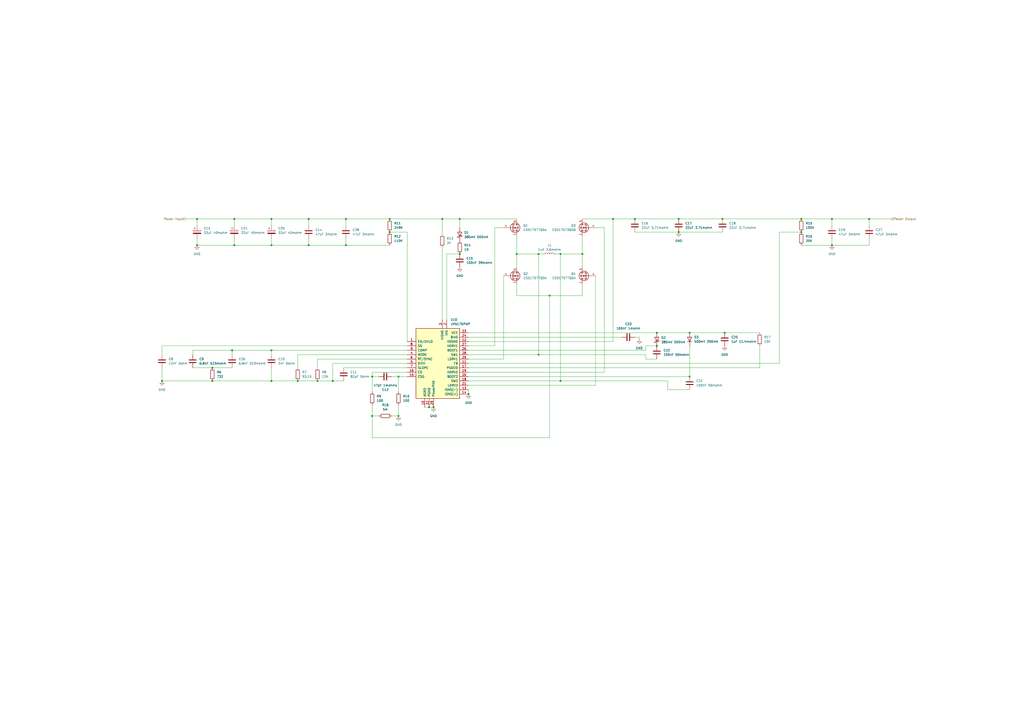
<source format=kicad_sch>
(kicad_sch (version 20231120) (generator "eeschema") (generator_version "8.0")
  (paper "A2")
  (lib_symbols
    (symbol "Device:C" (pin_numbers hide) (pin_names (offset 0.254))
      (property "Reference" "C" (at 0.635 2.54 0))
      (property "Value" "C" (at 0.635 -2.54 0))
      (symbol "C_0_1"
        (polyline (pts (xy -2.032 -0.762) (xy 2.032 -0.762)) (stroke (width 0.508)))
        (polyline (pts (xy -2.032 0.762) (xy 2.032 0.762)) (stroke (width 0.508)))
      )
      (symbol "C_1_1"
        (pin passive line (at 0 3.81 270) (length 2.794) (name "~") (number "1"))
        (pin passive line (at 0 -3.81 90) (length 2.794) (name "~") (number "2"))
      )
    )
    (symbol "Device:C_Polarized" (pin_numbers hide) (pin_names (offset 0.254))
      (property "Reference" "C" (at 0.635 2.54 0))
      (property "Value" "C_Polarized" (at 0.635 -2.54 0))
      (symbol "C_Polarized_0_1"
        (rectangle (start -2.286 0.508) (end 2.286 1.016))
        (polyline (pts (xy -1.778 2.286) (xy -0.762 2.286)))
        (polyline (pts (xy -1.27 2.794) (xy -1.27 1.778)))
        (rectangle (start 2.286 -0.508) (end -2.286 -1.016) (fill (type outline)))
      )
      (symbol "C_Polarized_1_1"
        (pin passive line (at 0 3.81 270) (length 2.794) (name "~") (number "1"))
        (pin passive line (at 0 -3.81 90) (length 2.794) (name "~") (number "2"))
      )
    )
    (symbol "Device:D" (pin_numbers hide) (pin_names (offset 1.016) hide)
      (property "Reference" "D" (at 0 2.54 0))
      (property "Value" "D" (at 0 -2.54 0))
      (symbol "D_0_1"
        (polyline (pts (xy -1.27 1.27) (xy -1.27 -1.27)) (stroke (width 0.254)))
        (polyline (pts (xy 1.27 0) (xy -1.27 0)))
        (polyline (pts (xy 1.27 1.27) (xy 1.27 -1.27) (xy -1.27 0) (xy 1.27 1.27)) (stroke (width 0.254)))
      )
      (symbol "D_1_1"
        (pin passive line (at -3.81 0 0) (length 2.54) (name "K") (number "1"))
        (pin passive line (at 3.81 0 180) (length 2.54) (name "A") (number "2"))
      )
    )
    (symbol "Device:D_Schottky" (pin_numbers hide) (pin_names (offset 1.016) hide)
      (property "Reference" "D" (at 0 2.54 0))
      (property "Value" "D_Schottky" (at 0 -2.54 0))
      (symbol "D_Schottky_0_1"
        (polyline (pts (xy 1.27 0) (xy -1.27 0)))
        (polyline (pts (xy 1.27 1.27) (xy 1.27 -1.27) (xy -1.27 0) (xy 1.27 1.27)) (stroke (width 0.254)))
        (polyline (pts (xy -1.905 0.635) (xy -1.905 1.27) (xy -1.27 1.27) (xy -1.27 -1.27) (xy -0.635 -1.27) (xy -0.635 -0.635)) (stroke (width 0.254)))
      )
      (symbol "D_Schottky_1_1"
        (pin passive line (at -3.81 0 0) (length 2.54) (name "K") (number "1"))
        (pin passive line (at 3.81 0 180) (length 2.54) (name "A") (number "2"))
      )
    )
    (symbol "Device:L" (pin_numbers hide) (pin_names (offset 1.016) hide)
      (property "Reference" "L" (at -1.27 0 90))
      (property "Value" "L" (at 1.905 0 90))
      (symbol "L_0_1"
        (arc (start 0 -2.54) (mid 0.6323 -1.905) (end 0 -1.27))
        (arc (start 0 -1.27) (mid 0.6323 -0.635) (end 0 0))
        (arc (start 0 0) (mid 0.6323 0.635) (end 0 1.27))
        (arc (start 0 1.27) (mid 0.6323 1.905) (end 0 2.54))
      )
      (symbol "L_1_1"
        (pin passive line (at 0 3.81 270) (length 1.27) (name "1") (number "1"))
        (pin passive line (at 0 -3.81 90) (length 1.27) (name "2") (number "2"))
      )
    )
    (symbol "Device:R" (pin_numbers hide) (pin_names (offset 0))
      (property "Reference" "R" (at 2.032 0 90))
      (property "Value" "R" (at 0 0 90))
      (symbol "R_0_1"
        (rectangle (start -1.016 -2.54) (end 1.016 2.54) (stroke (width 0.254)))
      )
      (symbol "R_1_1"
        (pin passive line (at 0 3.81 270) (length 1.27) (name "~") (number "1"))
        (pin passive line (at 0 -3.81 90) (length 1.27) (name "~") (number "2"))
      )
    )
    (symbol "Regulator_Switching:LM5176PWP" (pin_names (offset 1.016))
      (property "Reference" "U" (at -12.7 24.13 0))
      (property "Value" "LM5176PWP" (at -12.7 21.59 0))
      (symbol "LM5176PWP_0_1"
        (rectangle (start -12.7 20.32) (end 12.7 -20.32) (stroke (width 0.254)) (fill (type background)))
      )
      (symbol "LM5176PWP_1_1"
        (pin input line (at -17.78 12.7 0) (length 5.08) (name "EN/UVLO") (number "1"))
        (pin power_in line (at -7.62 -25.4 90) (length 5.08) (name "AGND") (number "10"))
        (pin input line (at 17.78 0 180) (length 5.08) (name "FB") (number "11"))
        (pin output line (at 17.78 12.7 180) (length 5.08) (name "VOSNS") (number "12"))
        (pin input line (at 17.78 -15.24 180) (length 5.08) (name "ISNS(-)") (number "13"))
        (pin input line (at 17.78 -17.78 180) (length 5.08) (name "ISNS(+)") (number "14"))
        (pin input line (at -17.78 -7.62 0) (length 5.08) (name "CSG") (number "15"))
        (pin input line (at -17.78 -5.08 0) (length 5.08) (name "CS") (number "16"))
        (pin output line (at 17.78 -2.54 180) (length 5.08) (name "PGOOD") (number "17"))
        (pin output line (at 17.78 -10.16 180) (length 5.08) (name "SW2") (number "18"))
        (pin output line (at 17.78 -5.08 180) (length 5.08) (name "HDRV2") (number "19"))
        (pin power_in line (at 5.08 25.4 270) (length 5.08) (name "VIN") (number "2"))
        (pin passive line (at 17.78 -7.62 180) (length 5.08) (name "BOOT2") (number "20"))
        (pin output line (at 17.78 -12.7 180) (length 5.08) (name "LDRV2") (number "21"))
        (pin power_in line (at -5.08 -25.4 90) (length 5.08) (name "PGND") (number "22"))
        (pin power_in line (at 17.78 17.78 180) (length 5.08) (name "VCC") (number "23"))
        (pin input line (at 17.78 15.24 180) (length 5.08) (name "BIAS") (number "24"))
        (pin output line (at 17.78 2.54 180) (length 5.08) (name "LDRV1") (number "25"))
        (pin passive line (at 17.78 7.62 180) (length 5.08) (name "BOOT1") (number "26"))
        (pin output line (at 17.78 10.16 180) (length 5.08) (name "HDRV1") (number "27"))
        (pin output line (at 17.78 5.08 180) (length 5.08) (name "SW1") (number "28"))
        (pin input line (at -2.54 -25.4 90) (length 5.08) (name "PowerPAD") (number "29"))
        (pin input line (at 2.54 25.4 270) (length 5.08) (name "VISNS") (number "3"))
        (pin input line (at -17.78 5.08 0) (length 5.08) (name "MODE") (number "4"))
        (pin passive line (at -17.78 0 0) (length 5.08) (name "DITH") (number "5"))
        (pin input line (at -17.78 2.54 0) (length 5.08) (name "RT/SYNC") (number "6"))
        (pin passive line (at -17.78 -2.54 0) (length 5.08) (name "SLOPE") (number "7"))
        (pin passive line (at -17.78 10.16 0) (length 5.08) (name "SS") (number "8"))
        (pin passive line (at -17.78 7.62 0) (length 5.08) (name "COMP") (number "9"))
      )
    )
    (symbol "Transistor_FET:CSD17573Q5B" (pin_names hide)
      (property "Reference" "Q" (at 5.08 1.905 0))
      (property "Value" "CSD17573Q5B" (at 5.08 0 0))
      (symbol "CSD17573Q5B_0_1"
        (polyline (pts (xy 0.254 0) (xy -2.54 0)))
        (polyline (pts (xy 0.254 1.905) (xy 0.254 -1.905)) (stroke (width 0.254)))
        (polyline (pts (xy 0.762 -1.27) (xy 0.762 -2.286)) (stroke (width 0.254)))
        (polyline (pts (xy 0.762 0.508) (xy 0.762 -0.508)) (stroke (width 0.254)))
        (polyline (pts (xy 0.762 2.286) (xy 0.762 1.27)) (stroke (width 0.254)))
        (polyline (pts (xy 2.54 2.54) (xy 2.54 1.778)))
        (polyline (pts (xy 2.54 -2.54) (xy 2.54 0) (xy 0.762 0)))
        (polyline (pts (xy 0.762 -1.778) (xy 3.302 -1.778) (xy 3.302 1.778) (xy 0.762 1.778)))
        (polyline (pts (xy 1.016 0) (xy 2.032 0.381) (xy 2.032 -0.381) (xy 1.016 0)) (fill (type outline)))
        (polyline (pts (xy 2.794 0.508) (xy 2.921 0.381) (xy 3.683 0.381) (xy 3.81 0.254)))
        (polyline (pts (xy 3.302 0.381) (xy 2.921 -0.254) (xy 3.683 -0.254) (xy 3.302 0.381)))
        (circle (center 1.651 0) (radius 2.794) (stroke (width 0.254)))
        (circle (center 2.54 -1.778) (radius 0.254) (fill (type outline)))
        (circle (center 2.54 1.778) (radius 0.254) (fill (type outline)))
      )
      (symbol "CSD17573Q5B_1_1"
        (pin passive line (at 2.54 -5.08 90) (length 2.54) (name "S") (number "1"))
        (pin passive line (at 2.54 -5.08 90) (length 2.54) hide (name "S") (number "2"))
        (pin passive line (at 2.54 -5.08 90) (length 2.54) hide (name "S") (number "3"))
        (pin passive line (at -5.08 0 0) (length 2.54) (name "G") (number "4"))
        (pin passive line (at 2.54 5.08 270) (length 2.54) (name "D") (number "5"))
      )
    )
    (symbol "Transistor_FET:CSD17577Q5A" (pin_names hide)
      (property "Reference" "Q" (at 5.08 1.905 0))
      (property "Value" "CSD17577Q5A" (at 5.08 0 0))
      (symbol "CSD17577Q5A_0_1"
        (polyline (pts (xy 0.254 0) (xy -2.54 0)))
        (polyline (pts (xy 0.254 1.905) (xy 0.254 -1.905)) (stroke (width 0.254)))
        (polyline (pts (xy 0.762 -1.27) (xy 0.762 -2.286)) (stroke (width 0.254)))
        (polyline (pts (xy 0.762 0.508) (xy 0.762 -0.508)) (stroke (width 0.254)))
        (polyline (pts (xy 0.762 2.286) (xy 0.762 1.27)) (stroke (width 0.254)))
        (polyline (pts (xy 2.54 2.54) (xy 2.54 1.778)))
        (polyline (pts (xy 2.54 -2.54) (xy 2.54 0) (xy 0.762 0)))
        (polyline (pts (xy 0.762 -1.778) (xy 3.302 -1.778) (xy 3.302 1.778) (xy 0.762 1.778)))
        (polyline (pts (xy 1.016 0) (xy 2.032 0.381) (xy 2.032 -0.381) (xy 1.016 0)) (fill (type outline)))
        (polyline (pts (xy 2.794 0.508) (xy 2.921 0.381) (xy 3.683 0.381) (xy 3.81 0.254)))
        (polyline (pts (xy 3.302 0.381) (xy 2.921 -0.254) (xy 3.683 -0.254) (xy 3.302 0.381)))
        (circle (center 1.651 0) (radius 2.794) (stroke (width 0.254)))
        (circle (center 2.54 -1.778) (radius 0.254) (fill (type outline)))
        (circle (center 2.54 1.778) (radius 0.254) (fill (type outline)))
      )
      (symbol "CSD17577Q5A_1_1"
        (pin passive line (at 2.54 -5.08 90) (length 2.54) (name "S") (number "1"))
        (pin passive line (at 2.54 -5.08 90) (length 2.54) hide (name "S") (number "2"))
        (pin passive line (at 2.54 -5.08 90) (length 2.54) hide (name "S") (number "3"))
        (pin passive line (at -5.08 0 0) (length 2.54) (name "G") (number "4"))
        (pin passive line (at 2.54 5.08 270) (length 2.54) (name "D") (number "5"))
      )
    )
    (symbol "power:GND" (power) (pin_numbers hide) (pin_names (offset 0) hide)
      (property "Value" "GND" (at 0 -3.81 0))
      (symbol "GND_0_1"
        (polyline (pts (xy 0 0) (xy 0 -1.27) (xy 1.27 -1.27) (xy 0 -2.54) (xy -1.27 -1.27) (xy 0 -1.27)))
      )
      (symbol "GND_1_1"
        (pin power_in line (at 0 0 270) (length 0) (name "~") (number "1"))
      )
    )
  )
  (junction (at 368.3 127))
  (junction (at 325.12 147.32))
  (junction (at 179.07 142.24))
  (junction (at 172.72 220.98))
  (junction (at 215.9 241.3))
  (junction (at 482.6 127))
  (junction (at 123.19 213.36))
  (junction (at 93.98 220.98))
  (junction (at 504.19 127))
  (junction (at 299.72 147.32))
  (junction (at 464.82 127))
  (junction (at 215.9 218.44))
  (junction (at 231.14 241.3))
  (junction (at 266.7 127))
  (junction (at 325.12 220.98))
  (junction (at 312.42 147.32))
  (junction (at 400.05 218.44))
  (junction (at 123.19 220.98))
  (junction (at 226.06 127))
  (junction (at 157.48 142.24))
  (junction (at 256.54 127))
  (junction (at 393.7 134.62))
  (junction (at 271.78 228.6))
  (junction (at 318.77 171.45))
  (junction (at 312.42 205.74))
  (junction (at 393.7 127))
  (junction (at 400.05 193.04))
  (junction (at 381 193.04))
  (junction (at 184.15 220.98))
  (junction (at 157.48 203.2))
  (junction (at 231.14 218.44))
  (junction (at 114.3 127))
  (junction (at 248.92 236.22))
  (junction (at 251.46 236.22))
  (junction (at 200.66 127))
  (junction (at 482.6 142.24))
  (junction (at 179.07 127))
  (junction (at 355.6 127))
  (junction (at 157.48 220.98))
  (junction (at 420.37 193.04))
  (junction (at 193.04 220.98))
  (junction (at 464.82 134.62))
  (junction (at 157.48 127))
  (junction (at 114.3 142.24))
  (junction (at 337.82 147.32))
  (junction (at 135.89 142.24))
  (junction (at 200.66 142.24))
  (junction (at 381 200.66))
  (junction (at 419.1 127))
  (junction (at 134.62 203.2))
  (junction (at 266.7 147.32))
  (junction (at 226.06 134.62))
  (junction (at 135.89 127))
  (wire (pts (xy 337.82 137.16) (xy 337.82 147.32)))
  (wire (pts (xy 215.9 218.44) (xy 215.9 227.33)))
  (wire (pts (xy 259.08 185.42) (xy 259.08 147.32)))
  (wire (pts (xy 123.19 213.36) (xy 134.62 213.36)))
  (wire (pts (xy 337.82 171.45) (xy 337.82 165.1)))
  (wire (pts (xy 312.42 147.32) (xy 314.96 147.32)))
  (wire (pts (xy 370.84 196.85) (xy 370.84 195.58)))
  (wire (pts (xy 219.71 218.44) (xy 215.9 218.44)))
  (wire (pts (xy 299.72 147.32) (xy 299.72 154.94)))
  (wire (pts (xy 111.76 203.2) (xy 134.62 203.2)))
  (wire (pts (xy 337.82 127) (xy 355.6 127)))
  (wire (pts (xy 381 193.04) (xy 400.05 193.04)))
  (wire (pts (xy 227.33 241.3) (xy 231.14 241.3)))
  (wire (pts (xy 420.37 193.04) (xy 440.69 193.04)))
  (wire (pts (xy 157.48 127) (xy 179.07 127)))
  (wire (pts (xy 482.6 127) (xy 482.6 130.81)))
  (wire (pts (xy 271.78 220.98) (xy 325.12 220.98)))
  (wire (pts (xy 337.82 147.32) (xy 337.82 154.94)))
  (wire (pts (xy 325.12 220.98) (xy 387.35 220.98)))
  (wire (pts (xy 199.39 213.36) (xy 236.22 213.36)))
  (wire (pts (xy 374.65 208.28) (xy 381 208.28)))
  (wire (pts (xy 299.72 147.32) (xy 312.42 147.32)))
  (wire (pts (xy 157.48 205.74) (xy 157.48 203.2)))
  (wire (pts (xy 227.33 218.44) (xy 231.14 218.44)))
  (wire (pts (xy 287.02 200.66) (xy 287.02 132.08)))
  (wire (pts (xy 452.12 210.82) (xy 452.12 134.62)))
  (wire (pts (xy 368.3 134.62) (xy 393.7 134.62)))
  (wire (pts (xy 184.15 220.98) (xy 193.04 220.98)))
  (wire (pts (xy 226.06 134.62) (xy 236.22 134.62)))
  (wire (pts (xy 215.9 215.9) (xy 215.9 218.44)))
  (wire (pts (xy 219.71 241.3) (xy 215.9 241.3)))
  (wire (pts (xy 193.04 210.82) (xy 236.22 210.82)))
  (wire (pts (xy 157.48 220.98) (xy 172.72 220.98)))
  (wire (pts (xy 325.12 147.32) (xy 337.82 147.32)))
  (wire (pts (xy 312.42 147.32) (xy 312.42 205.74)))
  (wire (pts (xy 504.19 127) (xy 504.19 130.81)))
  (wire (pts (xy 135.89 142.24) (xy 157.48 142.24)))
  (wire (pts (xy 318.77 254) (xy 215.9 254)))
  (wire (pts (xy 114.3 127) (xy 107.95 127)))
  (wire (pts (xy 236.22 215.9) (xy 215.9 215.9)))
  (wire (pts (xy 231.14 218.44) (xy 231.14 227.33)))
  (wire (pts (xy 93.98 200.66) (xy 93.98 205.74)))
  (wire (pts (xy 393.7 134.62) (xy 419.1 134.62)))
  (wire (pts (xy 134.62 203.2) (xy 157.48 203.2)))
  (wire (pts (xy 355.6 127) (xy 368.3 127)))
  (wire (pts (xy 271.78 203.2) (xy 374.65 203.2)))
  (wire (pts (xy 271.78 223.52) (xy 345.44 223.52)))
  (wire (pts (xy 350.52 132.08) (xy 345.44 132.08)))
  (wire (pts (xy 271.78 215.9) (xy 350.52 215.9)))
  (wire (pts (xy 318.77 171.45) (xy 337.82 171.45)))
  (wire (pts (xy 215.9 241.3) (xy 215.9 234.95)))
  (wire (pts (xy 345.44 223.52) (xy 345.44 160.02)))
  (wire (pts (xy 193.04 220.98) (xy 199.39 220.98)))
  (wire (pts (xy 374.65 200.66) (xy 381 200.66)))
  (wire (pts (xy 200.66 127) (xy 226.06 127)))
  (wire (pts (xy 157.48 220.98) (xy 157.48 213.36)))
  (wire (pts (xy 236.22 205.74) (xy 172.72 205.74)))
  (wire (pts (xy 271.78 198.12) (xy 355.6 198.12)))
  (wire (pts (xy 299.72 165.1) (xy 299.72 171.45)))
  (wire (pts (xy 184.15 213.36) (xy 184.15 208.28)))
  (wire (pts (xy 157.48 138.43) (xy 157.48 142.24)))
  (wire (pts (xy 368.3 127) (xy 393.7 127)))
  (wire (pts (xy 464.82 142.24) (xy 482.6 142.24)))
  (wire (pts (xy 256.54 135.89) (xy 256.54 127)))
  (wire (pts (xy 200.66 138.43) (xy 200.66 142.24)))
  (wire (pts (xy 271.78 205.74) (xy 312.42 205.74)))
  (wire (pts (xy 318.77 171.45) (xy 318.77 254)))
  (wire (pts (xy 236.22 134.62) (xy 236.22 198.12)))
  (wire (pts (xy 200.66 127) (xy 200.66 130.81)))
  (wire (pts (xy 271.78 195.58) (xy 360.68 195.58)))
  (wire (pts (xy 325.12 147.32) (xy 325.12 220.98)))
  (wire (pts (xy 266.7 127) (xy 299.72 127)))
  (wire (pts (xy 93.98 213.36) (xy 93.98 220.98)))
  (wire (pts (xy 114.3 138.43) (xy 114.3 142.24)))
  (wire (pts (xy 387.35 226.06) (xy 400.05 226.06)))
  (wire (pts (xy 256.54 143.51) (xy 256.54 185.42)))
  (wire (pts (xy 482.6 127) (xy 504.19 127)))
  (wire (pts (xy 292.1 208.28) (xy 292.1 160.02)))
  (wire (pts (xy 135.89 127) (xy 157.48 127)))
  (wire (pts (xy 114.3 142.24) (xy 135.89 142.24)))
  (wire (pts (xy 256.54 127) (xy 266.7 127)))
  (wire (pts (xy 350.52 215.9) (xy 350.52 132.08)))
  (wire (pts (xy 200.66 142.24) (xy 226.06 142.24)))
  (wire (pts (xy 400.05 218.44) (xy 271.78 218.44)))
  (wire (pts (xy 400.05 200.66) (xy 400.05 218.44)))
  (wire (pts (xy 387.35 220.98) (xy 387.35 226.06)))
  (wire (pts (xy 246.38 236.22) (xy 248.92 236.22)))
  (wire (pts (xy 157.48 142.24) (xy 179.07 142.24)))
  (wire (pts (xy 123.19 220.98) (xy 157.48 220.98)))
  (wire (pts (xy 266.7 132.08) (xy 266.7 127)))
  (wire (pts (xy 226.06 127) (xy 256.54 127)))
  (wire (pts (xy 193.04 210.82) (xy 193.04 220.98)))
  (wire (pts (xy 231.14 241.3) (xy 231.14 234.95)))
  (wire (pts (xy 111.76 203.2) (xy 111.76 205.74)))
  (wire (pts (xy 236.22 200.66) (xy 93.98 200.66)))
  (wire (pts (xy 259.08 147.32) (xy 266.7 147.32)))
  (wire (pts (xy 504.19 138.43) (xy 504.19 142.24)))
  (wire (pts (xy 393.7 127) (xy 419.1 127)))
  (wire (pts (xy 157.48 203.2) (xy 236.22 203.2)))
  (wire (pts (xy 114.3 127) (xy 135.89 127)))
  (wire (pts (xy 271.78 193.04) (xy 381 193.04)))
  (wire (pts (xy 248.92 236.22) (xy 251.46 236.22)))
  (wire (pts (xy 271.78 210.82) (xy 452.12 210.82)))
  (wire (pts (xy 179.07 130.81) (xy 179.07 127)))
  (wire (pts (xy 440.69 200.66) (xy 440.69 213.36)))
  (wire (pts (xy 179.07 142.24) (xy 200.66 142.24)))
  (wire (pts (xy 452.12 134.62) (xy 464.82 134.62)))
  (wire (pts (xy 179.07 127) (xy 200.66 127)))
  (wire (pts (xy 312.42 205.74) (xy 374.65 205.74)))
  (wire (pts (xy 374.65 203.2) (xy 374.65 200.66)))
  (wire (pts (xy 93.98 220.98) (xy 123.19 220.98)))
  (wire (pts (xy 464.82 127) (xy 482.6 127)))
  (wire (pts (xy 134.62 203.2) (xy 134.62 205.74)))
  (wire (pts (xy 215.9 254) (xy 215.9 241.3)))
  (wire (pts (xy 114.3 130.81) (xy 114.3 127)))
  (wire (pts (xy 299.72 171.45) (xy 318.77 171.45)))
  (wire (pts (xy 271.78 200.66) (xy 287.02 200.66)))
  (wire (pts (xy 172.72 220.98) (xy 184.15 220.98)))
  (wire (pts (xy 231.14 218.44) (xy 236.22 218.44)))
  (wire (pts (xy 172.72 205.74) (xy 172.72 213.36)))
  (wire (pts (xy 400.05 193.04) (xy 420.37 193.04)))
  (wire (pts (xy 504.19 142.24) (xy 482.6 142.24)))
  (wire (pts (xy 419.1 127) (xy 464.82 127)))
  (wire (pts (xy 271.78 208.28) (xy 292.1 208.28)))
  (wire (pts (xy 299.72 137.16) (xy 299.72 147.32)))
  (wire (pts (xy 271.78 226.06) (xy 271.78 228.6)))
  (wire (pts (xy 287.02 132.08) (xy 292.1 132.08)))
  (wire (pts (xy 370.84 195.58) (xy 368.3 195.58)))
  (wire (pts (xy 157.48 127) (xy 157.48 130.81)))
  (wire (pts (xy 355.6 127) (xy 355.6 198.12)))
  (wire (pts (xy 374.65 205.74) (xy 374.65 208.28)))
  (wire (pts (xy 184.15 208.28) (xy 236.22 208.28)))
  (wire (pts (xy 135.89 138.43) (xy 135.89 142.24)))
  (wire (pts (xy 440.69 213.36) (xy 271.78 213.36)))
  (wire (pts (xy 135.89 127) (xy 135.89 130.81)))
  (wire (pts (xy 482.6 138.43) (xy 482.6 142.24)))
  (wire (pts (xy 179.07 138.43) (xy 179.07 142.24)))
  (wire (pts (xy 123.19 213.36) (xy 111.76 213.36)))
  (wire (pts (xy 504.19 127) (xy 516.89 127)))
  (wire (pts (xy 322.58 147.32) (xy 325.12 147.32)))
  (hierarchical_label "Power Output" (shape input) (at 516.89 127 0))
  (hierarchical_label "Power Input" (shape input) (at 107.95 127 180))
  (symbol (lib_id "Device:D_Schottky") (at 266.7 135.89 90) (unit 1)
    (property "Reference" "D1" (at 269.24 134.9374 90) (effects (justify right)))
    (property "Value" "385mV 500mA" (at 269.24 137.4774 90) (effects (justify right)))
    (property "Description" "Schottky diode" (effects (hide yes)))
    (property "LCSC" "C155367" (effects (hide yes)))
  )
  (symbol (lib_id "Device:R") (at 464.82 138.43 0) (unit 1)
    (property "Reference" "R16" (at 467.36 137.1599 0) (effects (justify left)))
    (property "Value" "20K" (at 467.36 139.6999 0) (effects (justify left)))
    (property "Footprint" "Resistor_SMD:R_0603_1608Metric_Pad0.98x0.95mm_HandSolder" (effects (hide yes)))
    (property "Description" "Resistor" (effects (hide yes)))
    (property "LCSC" "C105575" (effects (hide yes)))
  )
  (symbol (lib_id "Device:C") (at 134.62 209.55 0) (unit 1)
    (property "Reference" "C26" (at 138.43 208.2799 0) (effects (justify left)))
    (property "Value" "6.8nF 523mohm" (at 138.43 210.8199 0) (effects (justify left)))
    (property "Footprint" "Capacitor_SMD:C_0402_1005Metric_Pad0.74x0.62mm_HandSolder" (effects (hide yes)))
    (property "Description" "Unpolarized capacitor" (effects (hide yes)))
    (property "LCSC" "C3840335" (effects (hide yes)))
  )
  (symbol (lib_id "Transistor_FET:CSD17577Q5A") (at 297.18 160.02 0) (unit 1)
    (property "Reference" "Q2" (at 303.53 158.7499 0) (effects (justify left)))
    (property "Value" "CSD17577Q5A" (at 303.53 161.2899 0) (effects (justify left)))
    (property "Footprint" "Package_TO_SOT_SMD:TDSON-8-1" (effects (hide yes)))
    (property "Datasheet" "http://www.ti.com/lit/gpn/csd17577q5a" (effects (hide yes)))
    (property "Description" "60A Id, 30V Vds, NexFET N-Channel Power MOSFET, 4.2mOhm Ron, 13nC Qg(typ), SON8 5x6mm" (effects (hide yes)))
    (property "LCSC" "C475504" (effects (hide yes)))
  )
  (symbol (lib_id "Device:C") (at 420.37 196.85 0) (unit 1)
    (property "Reference" "C20" (at 424.18 195.5799 0) (effects (justify left)))
    (property "Value" "1uF 11.4mohm" (at 424.18 198.1199 0) (effects (justify left)))
    (property "Description" "Unpolarized capacitor" (effects (hide yes)))
  )
  (symbol (lib_id "Device:D_Schottky") (at 381 196.85 90) (unit 1)
    (property "Reference" "D2" (at 383.54 195.8974 90) (effects (justify right)))
    (property "Value" "385mV 500mA" (at 383.54 198.4374 90) (effects (justify right)))
    (property "Description" "Schottky diode" (effects (hide yes)))
  )
  (symbol (lib_id "Device:R") (at 266.7 143.51 0) (unit 1)
    (property "Reference" "R14" (at 269.24 142.2399 0) (effects (justify left)))
    (property "Value" "10" (at 269.24 144.7799 0) (effects (justify left)))
    (property "Footprint" "Resistor_SMD:R_0402_1005Metric_Pad0.72x0.64mm_HandSolder" (effects (hide yes)))
    (property "Description" "Resistor" (effects (hide yes)))
    (property "LCSC" "C481926" (effects (hide yes)))
  )
  (symbol (lib_id "Device:R") (at 184.15 217.17 0) (unit 1)
    (property "Reference" "R8" (at 186.69 215.8999 0) (effects (justify left)))
    (property "Value" "13K" (at 186.69 218.4399 0) (effects (justify left)))
    (property "Footprint" "Resistor_SMD:R_0402_1005Metric_Pad0.72x0.64mm_HandSolder" (effects (hide yes)))
    (property "Description" "Resistor" (effects (hide yes)))
    (property "LCSC" "C294438" (effects (hide yes)))
  )
  (symbol (lib_id "Device:R") (at 256.54 139.7 0) (unit 1)
    (property "Reference" "R13" (at 259.08 138.4299 0) (effects (justify left)))
    (property "Value" "2K" (at 259.08 140.9699 0) (effects (justify left)))
    (property "Footprint" "Capacitor_SMD:C_0402_1005Metric_Pad0.74x0.62mm_HandSolder" (effects (hide yes)))
    (property "Description" "Resistor" (effects (hide yes)))
    (property "LCSC" "C482125" (effects (hide yes)))
  )
  (symbol (lib_id "power:GND") (at 271.78 228.6 0) (unit 1)
    (property "Reference" "#PWR058" (effects (hide yes)))
    (property "Value" "GND" (at 271.78 233.68 0))
    (property "Description" "Power symbol creates a global label with name \"GND\" , ground" (effects (hide yes)))
  )
  (symbol (lib_id "Device:R") (at 440.69 196.85 0) (unit 1)
    (property "Reference" "R17" (at 443.23 195.5799 0) (effects (justify left)))
    (property "Value" "10K" (at 443.23 198.1199 0) (effects (justify left)))
    (property "Description" "Resistor" (effects (hide yes)))
  )
  (symbol (lib_id "Device:R") (at 231.14 231.14 0) (unit 1)
    (property "Reference" "R10" (at 233.68 229.8699 0) (effects (justify left)))
    (property "Value" "100" (at 233.68 232.4099 0) (effects (justify left)))
    (property "Footprint" "Resistor_SMD:R_0402_1005Metric_Pad0.72x0.64mm_HandSolder" (effects (hide yes)))
    (property "Description" "Resistor" (effects (hide yes)))
    (property "LCSC" "C844713" (effects (hide yes)))
  )
  (symbol (lib_id "Device:C") (at 400.05 222.25 0) (unit 1)
    (property "Reference" "C21" (at 403.86 220.9799 0) (effects (justify left)))
    (property "Value" "100nF 50mohm" (at 403.86 223.5199 0) (effects (justify left)))
    (property "Description" "Unpolarized capacitor" (effects (hide yes)))
  )
  (symbol (lib_id "Device:C") (at 93.98 209.55 0) (unit 1)
    (property "Reference" "C8" (at 97.79 208.2799 0) (effects (justify left)))
    (property "Value" "12nF 0ohm" (at 97.79 210.8199 0) (effects (justify left)))
    (property "Footprint" "Capacitor_SMD:C_0603_1608Metric_Pad1.08x0.95mm_HandSolder" (effects (hide yes)))
    (property "Description" "Unpolarized capacitor" (effects (hide yes)))
    (property "LCSC" "C519540" (effects (hide yes)))
  )
  (symbol (lib_id "Device:R") (at 226.06 130.81 0) (unit 1)
    (property "Reference" "R11" (at 228.6 129.5399 0) (effects (justify left)))
    (property "Value" "249K" (at 228.6 132.0799 0) (effects (justify left)))
    (property "Footprint" "Capacitor_SMD:C_0402_1005Metric_Pad0.74x0.62mm_HandSolder" (effects (hide yes)))
    (property "Description" "Resistor" (effects (hide yes)))
    (property "LCSC" "C482111" (effects (hide yes)))
  )
  (symbol (lib_id "Device:C_Polarized") (at 114.3 134.62 0) (unit 1)
    (property "Reference" "C13" (at 118.11 132.4609 0) (effects (justify left)))
    (property "Value" "33uF 40mohm" (at 118.11 135.0009 0) (effects (justify left)))
    (property "Footprint" "Capacitors:EEFCX1E330R" (effects (hide yes)))
    (property "Description" "Polarized capacitor" (effects (hide yes)))
    (property "LCSC" "C193237" (effects (hide yes)))
  )
  (symbol (lib_id "Device:R") (at 464.82 130.81 0) (unit 1)
    (property "Reference" "R15" (at 467.36 129.5399 0) (effects (justify left)))
    (property "Value" "105K" (at 467.36 132.0799 0) (effects (justify left)))
    (property "Footprint" "Resistor_SMD:R_0603_1608Metric_Pad0.98x0.95mm_HandSolder" (effects (hide yes)))
    (property "Description" "Resistor" (effects (hide yes)))
    (property "LCSC" "C227540" (effects (hide yes)))
  )
  (symbol (lib_id "power:GND") (at 231.14 241.3 0) (unit 1)
    (property "Reference" "#PWR064" (effects (hide yes)))
    (property "Value" "GND" (at 231.14 246.38 0))
    (property "Description" "Power symbol creates a global label with name \"GND\" , ground" (effects (hide yes)))
  )
  (symbol (lib_id "Transistor_FET:CSD17573Q5B") (at 340.36 132.08 0) (mirror y) (unit 1)
    (property "Reference" "Q3" (at 334.01 130.8099 0) (effects (justify left)))
    (property "Value" "CSD17573Q5B" (at 334.01 133.3499 0) (effects (justify left)))
    (property "Footprint" "Package_TO_SOT_SMD:TDSON-8-1" (effects (hide yes)))
    (property "Datasheet" "http://www.ti.com/lit/gpn/csd17573q5b" (effects (hide yes)))
    (property "Description" "100A Id, 30V Vds, NexFET N-Channel Power MOSFET, 1mOhm Ron, 49nC Qg(typ), SON8 5x6mm" (effects (hide yes)))
    (property "LCSC" "C202231" (effects (hide yes)))
  )
  (symbol (lib_id "Device:C_Polarized") (at 135.89 134.62 0) (unit 1)
    (property "Reference" "C24" (at 139.7 132.4609 0) (effects (justify left)))
    (property "Value" "33uF 40mohm" (at 139.7 135.0009 0) (effects (justify left)))
    (property "Footprint" "Capacitors:EEFCX1E330R" (effects (hide yes)))
    (property "Description" "Polarized capacitor" (effects (hide yes)))
    (property "LCSC" "C193237" (effects (hide yes)))
  )
  (symbol (lib_id "power:GND") (at 114.3 142.24 0) (unit 1)
    (property "Reference" "#PWR059" (effects (hide yes)))
    (property "Value" "GND" (at 114.3 147.32 0))
    (property "Description" "Power symbol creates a global label with name \"GND\" , ground" (effects (hide yes)))
  )
  (symbol (lib_id "Device:R") (at 215.9 231.14 0) (unit 1)
    (property "Reference" "R9" (at 218.44 229.8699 0) (effects (justify left)))
    (property "Value" "100" (at 218.44 232.4099 0) (effects (justify left)))
    (property "Footprint" "Resistor_SMD:R_0402_1005Metric_Pad0.72x0.64mm_HandSolder" (effects (hide yes)))
    (property "Description" "Resistor" (effects (hide yes)))
    (property "LCSC" "C844713" (effects (hide yes)))
  )
  (symbol (lib_id "power:GND") (at 370.84 196.85 0) (unit 1)
    (property "Reference" "#PWR063" (effects (hide yes)))
    (property "Value" "GND" (at 370.84 201.93 0))
    (property "Description" "Power symbol creates a global label with name \"GND\" , ground" (effects (hide yes)))
  )
  (symbol (lib_id "Device:R") (at 123.19 217.17 0) (unit 1)
    (property "Reference" "R6" (at 125.73 215.8999 0) (effects (justify left)))
    (property "Value" "732" (at 125.73 218.4399 0) (effects (justify left)))
    (property "Footprint" "Resistor_SMD:R_0402_1005Metric_Pad0.72x0.64mm_HandSolder" (effects (hide yes)))
    (property "Description" "Resistor" (effects (hide yes)))
    (property "LCSC" "C2085222" (effects (hide yes)))
  )
  (symbol (lib_id "Device:R") (at 226.06 138.43 0) (unit 1)
    (property "Reference" "R12" (at 228.6 137.1599 0) (effects (justify left)))
    (property "Value" "110K" (at 228.6 139.6999 0) (effects (justify left)))
    (property "Footprint" "Capacitor_SMD:C_0402_1005Metric_Pad0.74x0.62mm_HandSolder" (effects (hide yes)))
    (property "Description" "Resistor" (effects (hide yes)))
    (property "LCSC" "C481928" (effects (hide yes)))
  )
  (symbol (lib_id "power:GND") (at 420.37 200.66 0) (unit 1)
    (property "Reference" "#PWR062" (effects (hide yes)))
    (property "Value" "GND" (at 420.37 205.74 0))
    (property "Description" "Power symbol creates a global label with name \"GND\" , ground" (effects (hide yes)))
  )
  (symbol (lib_id "Device:C") (at 504.19 134.62 0) (unit 1)
    (property "Reference" "C27" (at 508 133.3499 0) (effects (justify left)))
    (property "Value" "47uF 3mohm" (at 508 135.8899 0) (effects (justify left)))
    (property "Footprint" "Capacitor_SMD:C_1210_3225Metric_Pad1.33x2.70mm_HandSolder" (effects (hide yes)))
    (property "Description" "Unpolarized capacitor" (effects (hide yes)))
    (property "LCSC" "C77101" (effects (hide yes)))
  )
  (symbol (lib_id "Device:R") (at 223.52 241.3 90) (unit 1)
    (property "Reference" "R18" (at 223.52 234.95 90))
    (property "Value" "5m" (at 223.52 237.49 90))
    (property "Footprint" "Resistor_SMD:R_2512_6332Metric_Pad1.40x3.35mm_HandSolder" (effects (hide yes)))
    (property "Description" "Resistor" (effects (hide yes)))
    (property "LCSC" "C22468851" (effects (hide yes)))
  )
  (symbol (lib_id "Device:D") (at 400.05 196.85 90) (unit 1)
    (property "Reference" "D3" (at 402.59 195.5799 90) (effects (justify right)))
    (property "Value" "500mV 200mA" (at 402.59 198.1199 90) (effects (justify right)))
    (property "Description" "Diode" (effects (hide yes)))
    (property "Sim.Device" "D" (effects (hide yes)))
    (property "Sim.Pins" "1=K 2=A" (effects (hide yes)))
  )
  (symbol (lib_id "power:GND") (at 251.46 236.22 0) (unit 1)
    (property "Reference" "#PWR055" (effects (hide yes)))
    (property "Value" "GND" (at 251.46 241.3 0))
    (property "Description" "Power symbol creates a global label with name \"GND\" , ground" (effects (hide yes)))
  )
  (symbol (lib_id "Device:C") (at 364.49 195.58 90) (unit 1)
    (property "Reference" "C23" (at 364.49 187.96 90))
    (property "Value" "100nF 1mohm" (at 364.49 190.5 90))
    (property "Description" "Unpolarized capacitor" (effects (hide yes)))
  )
  (symbol (lib_id "Device:C") (at 381 204.47 0) (unit 1)
    (property "Reference" "C22" (at 384.81 203.1999 0) (effects (justify left)))
    (property "Value" "100nF 50mohm" (at 384.81 205.7399 0) (effects (justify left)))
    (property "Description" "Unpolarized capacitor" (effects (hide yes)))
  )
  (symbol (lib_id "power:GND") (at 266.7 154.94 0) (unit 1)
    (property "Reference" "#PWR060" (effects (hide yes)))
    (property "Value" "GND" (at 266.7 160.02 0))
    (property "Description" "Power symbol creates a global label with name \"GND\" , ground" (effects (hide yes)))
  )
  (symbol (lib_id "Device:R") (at 172.72 217.17 0) (unit 1)
    (property "Reference" "R7" (at 175.26 215.8999 0) (effects (justify left)))
    (property "Value" "93.1K" (at 175.26 218.4399 0) (effects (justify left)))
    (property "Footprint" "Resistor_SMD:R_0402_1005Metric_Pad0.72x0.64mm_HandSolder" (effects (hide yes)))
    (property "Description" "Resistor" (effects (hide yes)))
    (property "LCSC" "C2085865" (effects (hide yes)))
  )
  (symbol (lib_id "Device:C_Polarized") (at 157.48 134.62 0) (unit 1)
    (property "Reference" "C25" (at 161.29 132.4609 0) (effects (justify left)))
    (property "Value" "33uF 40mohm" (at 161.29 135.0009 0) (effects (justify left)))
    (property "Footprint" "Capacitors:EEFCX1E330R" (effects (hide yes)))
    (property "Description" "Polarized capacitor" (effects (hide yes)))
    (property "LCSC" "C193237" (effects (hide yes)))
  )
  (symbol (lib_id "Device:C") (at 393.7 130.81 0) (unit 1)
    (property "Reference" "C17" (at 397.51 129.5399 0) (effects (justify left)))
    (property "Value" "22uF 3.71mohm" (at 397.51 132.0799 0) (effects (justify left)))
    (property "Footprint" "Capacitor_SMD:C_0603_1608Metric_Pad1.08x0.95mm_HandSolder" (effects (hide yes)))
    (property "Description" "Unpolarized capacitor" (effects (hide yes)))
    (property "LCSC" "C86295" (effects (hide yes)))
  )
  (symbol (lib_id "power:GND") (at 93.98 220.98 0) (unit 1)
    (property "Reference" "#PWR056" (effects (hide yes)))
    (property "Value" "GND" (at 93.98 226.06 0))
    (property "Description" "Power symbol creates a global label with name \"GND\" , ground" (effects (hide yes)))
  )
  (symbol (lib_id "power:GND") (at 482.6 142.24 0) (unit 1)
    (property "Reference" "#PWR065" (effects (hide yes)))
    (property "Value" "GND" (at 482.6 147.32 0))
    (property "Description" "Power symbol creates a global label with name \"GND\" , ground" (effects (hide yes)))
  )
  (symbol (lib_id "Device:C") (at 179.07 134.62 0) (unit 1)
    (property "Reference" "C14" (at 182.88 133.3499 0) (effects (justify left)))
    (property "Value" "47uF 3mohm" (at 182.88 135.8899 0) (effects (justify left)))
    (property "Footprint" "Capacitor_SMD:C_1210_3225Metric_Pad1.33x2.70mm_HandSolder" (effects (hide yes)))
    (property "Description" "Unpolarized capacitor" (effects (hide yes)))
    (property "LCSC" "C77101" (effects (hide yes)))
  )
  (symbol (lib_id "Device:L") (at 318.77 147.32 90) (unit 1)
    (property "Reference" "L1" (at 318.77 142.24 90))
    (property "Value" "1uH 2.6mohm" (at 318.77 144.78 90))
    (property "Footprint" "Inductors:XAL7070-102ME" (effects (hide yes)))
    (property "Description" "Inductor" (effects (hide yes)))
    (property "LCSC" "C6609502" (effects (hide yes)))
  )
  (symbol (lib_id "Device:C") (at 199.39 217.17 0) (unit 1)
    (property "Reference" "C11" (at 203.2 215.8999 0) (effects (justify left)))
    (property "Value" "82pF 0ohm" (at 203.2 218.4399 0) (effects (justify left)))
    (property "Footprint" "Capacitor_SMD:C_0402_1005Metric_Pad0.74x0.62mm_HandSolder" (effects (hide yes)))
    (property "Description" "Unpolarized capacitor" (effects (hide yes)))
    (property "LCSC" "C650992" (effects (hide yes)))
  )
  (symbol (lib_id "Device:C") (at 419.1 130.81 0) (unit 1)
    (property "Reference" "C18" (at 422.91 129.5399 0) (effects (justify left)))
    (property "Value" "22uF 3.71mohm" (at 422.91 132.0799 0) (effects (justify left)))
    (property "Footprint" "Capacitor_SMD:C_0603_1608Metric_Pad1.08x0.95mm_HandSolder" (effects (hide yes)))
    (property "Description" "Unpolarized capacitor" (effects (hide yes)))
    (property "LCSC" "C86295" (effects (hide yes)))
  )
  (symbol (lib_id "Transistor_FET:CSD17577Q5A") (at 340.36 160.02 0) (mirror y) (unit 1)
    (property "Reference" "Q4" (at 334.01 158.7499 0) (effects (justify left)))
    (property "Value" "CSD17577Q5A" (at 334.01 161.2899 0) (effects (justify left)))
    (property "Footprint" "Package_TO_SOT_SMD:TDSON-8-1" (effects (hide yes)))
    (property "Datasheet" "http://www.ti.com/lit/gpn/csd17577q5a" (effects (hide yes)))
    (property "Description" "60A Id, 30V Vds, NexFET N-Channel Power MOSFET, 4.2mOhm Ron, 13nC Qg(typ), SON8 5x6mm" (effects (hide yes)))
    (property "LCSC" "C475504" (effects (hide yes)))
  )
  (symbol (lib_id "Device:C") (at 223.52 218.44 90) (mirror x) (unit 1)
    (property "Reference" "C12" (at 223.52 226.06 90))
    (property "Value" "47pF 1mohms" (at 223.52 223.52 90))
    (property "Footprint" "Capacitor_SMD:C_0402_1005Metric_Pad0.74x0.62mm_HandSolder" (effects (hide yes)))
    (property "Description" "Unpolarized capacitor" (effects (hide yes)))
    (property "LCSC" "C76970" (effects (hide yes)))
  )
  (symbol (lib_id "Device:C") (at 200.66 134.62 0) (unit 1)
    (property "Reference" "C28" (at 204.47 133.3499 0) (effects (justify left)))
    (property "Value" "47uF 3mohm" (at 204.47 135.8899 0) (effects (justify left)))
    (property "Footprint" "Capacitor_SMD:C_1210_3225Metric_Pad1.33x2.70mm_HandSolder" (effects (hide yes)))
    (property "Description" "Unpolarized capacitor" (effects (hide yes)))
    (property "LCSC" "C77101" (effects (hide yes)))
  )
  (symbol (lib_id "Device:C") (at 482.6 134.62 0) (unit 1)
    (property "Reference" "C19" (at 486.41 133.3499 0) (effects (justify left)))
    (property "Value" "47uF 3mohm" (at 486.41 135.8899 0) (effects (justify left)))
    (property "Footprint" "Capacitor_SMD:C_1210_3225Metric_Pad1.33x2.70mm_HandSolder" (effects (hide yes)))
    (property "Description" "Unpolarized capacitor" (effects (hide yes)))
    (property "LCSC" "C77101" (effects (hide yes)))
  )
  (symbol (lib_id "Transistor_FET:CSD17577Q5A") (at 297.18 132.08 0) (unit 1)
    (property "Reference" "Q1" (at 303.53 130.8099 0) (effects (justify left)))
    (property "Value" "CSD17577Q5A" (at 303.53 133.3499 0) (effects (justify left)))
    (property "Footprint" "Package_TO_SOT_SMD:TDSON-8-1" (effects (hide yes)))
    (property "Datasheet" "http://www.ti.com/lit/gpn/csd17577q5a" (effects (hide yes)))
    (property "Description" "60A Id, 30V Vds, NexFET N-Channel Power MOSFET, 4.2mOhm Ron, 13nC Qg(typ), SON8 5x6mm" (effects (hide yes)))
    (property "LCSC" "C475504" (effects (hide yes)))
  )
  (symbol (lib_id "Device:C") (at 111.76 209.55 0) (unit 1)
    (property "Reference" "C9" (at 115.57 208.2799 0) (effects (justify left)))
    (property "Value" "6.8nF 523mohm" (at 115.57 210.8199 0) (effects (justify left)))
    (property "Footprint" "Capacitor_SMD:C_0402_1005Metric_Pad0.74x0.62mm_HandSolder" (effects (hide yes)))
    (property "Description" "Unpolarized capacitor" (effects (hide yes)))
    (property "LCSC" "C3840335" (effects (hide yes)))
  )
  (symbol (lib_id "Device:C") (at 368.3 130.81 0) (unit 1)
    (property "Reference" "C16" (at 372.11 129.5399 0) (effects (justify left)))
    (property "Value" "22uF 3.71mohm" (at 372.11 132.0799 0) (effects (justify left)))
    (property "Footprint" "Capacitor_SMD:C_0603_1608Metric_Pad1.08x0.95mm_HandSolder" (effects (hide yes)))
    (property "Description" "Unpolarized capacitor" (effects (hide yes)))
    (property "LCSC" "C86295" (effects (hide yes)))
  )
  (symbol (lib_id "Regulator_Switching:LM5176PWP") (at 254 210.82 0) (unit 1)
    (property "Reference" "U10" (at 261.2741 185.42 0) (effects (justify left)))
    (property "Value" "LM5176PWP" (at 261.2741 187.96 0) (effects (justify left)))
    (property "Footprint" "Package_SO:HTSSOP-28-1EP_4.4x9.7mm_P0.65mm_EP3.4x9.5mm_ThermalVias" (effects (hide yes)))
    (property "Datasheet" "http://www.ti.com/lit/ds/symlink/lm5176.pdf" (effects (hide yes)))
    (property "Description" "55-V wide Vin synchronous 4-switch Buck-Boost controller, HTSSOP-28 package" (effects (hide yes)))
  )
  (symbol (lib_id "Device:C") (at 157.48 209.55 0) (unit 1)
    (property "Reference" "C10" (at 161.29 208.2799 0) (effects (justify left)))
    (property "Value" "2nF 0ohm" (at 161.29 210.8199 0) (effects (justify left)))
    (property "Footprint" "Capacitor_SMD:C_0402_1005Metric_Pad0.74x0.62mm_HandSolder" (effects (hide yes)))
    (property "Description" "Unpolarized capacitor" (effects (hide yes)))
    (property "LCSC" "C1845704" (effects (hide yes)))
  )
  (symbol (lib_id "Device:C") (at 266.7 151.13 0) (unit 1)
    (property "Reference" "C15" (at 270.51 149.8599 0) (effects (justify left)))
    (property "Value" "100nF 39mohm" (at 270.51 152.3999 0) (effects (justify left)))
    (property "Footprint" "Resistor_SMD:R_0402_1005Metric_Pad0.72x0.64mm_HandSolder" (effects (hide yes)))
    (property "Description" "Unpolarized capacitor" (effects (hide yes)))
    (property "LCSC" "C2181865" (effects (hide yes)))
  )
  (symbol (lib_id "power:GND") (at 393.7 134.62 0) (unit 1)
    (property "Reference" "#PWR061" (effects (hide yes)))
    (property "Value" "GND" (at 393.7 139.7 0))
    (property "Description" "Power symbol creates a global label with name \"GND\" , ground" (effects (hide yes)))
  )
)
</source>
